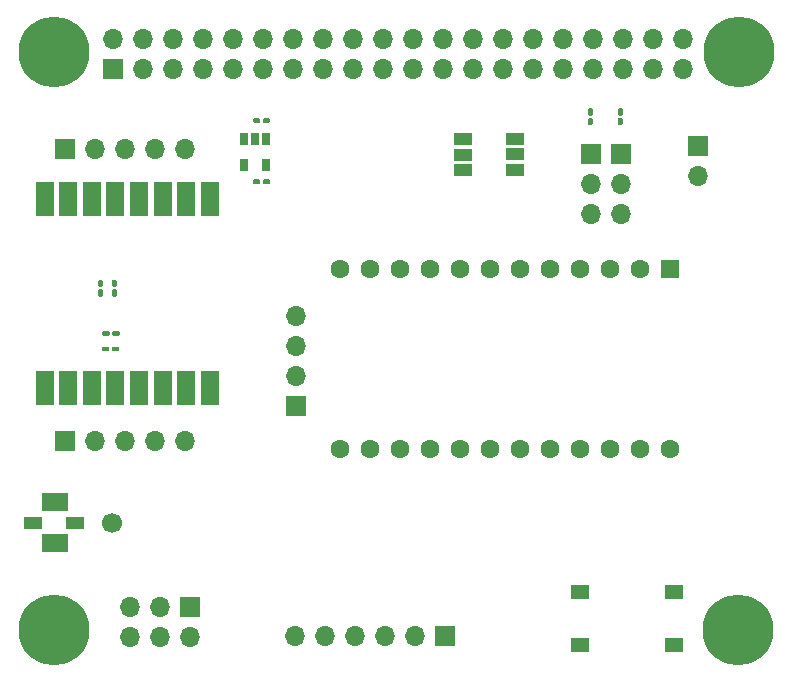
<source format=gbr>
%TF.GenerationSoftware,KiCad,Pcbnew,(5.1.10)-1*%
%TF.CreationDate,2021-12-09T17:34:34+08:00*%
%TF.ProjectId,hat,6861742e-6b69-4636-9164-5f7063625858,rev?*%
%TF.SameCoordinates,Original*%
%TF.FileFunction,Soldermask,Top*%
%TF.FilePolarity,Negative*%
%FSLAX46Y46*%
G04 Gerber Fmt 4.6, Leading zero omitted, Abs format (unit mm)*
G04 Created by KiCad (PCBNEW (5.1.10)-1) date 2021-12-09 17:34:34*
%MOMM*%
%LPD*%
G01*
G04 APERTURE LIST*
%ADD10O,1.700000X1.700000*%
%ADD11R,1.700000X1.700000*%
%ADD12R,0.650000X1.060000*%
%ADD13R,2.200000X1.550000*%
%ADD14R,1.500000X1.000000*%
%ADD15R,1.524000X3.000000*%
%ADD16C,1.700000*%
%ADD17R,1.550000X1.300000*%
%ADD18C,6.000000*%
%ADD19R,1.600000X1.600000*%
%ADD20C,1.600000*%
G04 APERTURE END LIST*
D10*
%TO.C,J2*%
X96920000Y-108540000D03*
X96920000Y-106000000D03*
X99460000Y-108540000D03*
X99460000Y-106000000D03*
X102000000Y-108540000D03*
D11*
X102000000Y-106000000D03*
%TD*%
D12*
%TO.C,U4*%
X108450000Y-68600000D03*
X106550000Y-68600000D03*
X106550000Y-66400000D03*
X107500000Y-66400000D03*
X108450000Y-66400000D03*
%TD*%
D13*
%TO.C,U3*%
X90520000Y-97165000D03*
D14*
X88670000Y-98890000D03*
D13*
X90520000Y-100615000D03*
D14*
X92270000Y-98890000D03*
%TD*%
D15*
%TO.C,U2*%
X89675000Y-87450000D03*
X91675000Y-87450000D03*
X93675000Y-87450000D03*
X95675000Y-87450000D03*
X97675000Y-87450000D03*
X99675000Y-87450000D03*
X101675000Y-87450000D03*
X103675000Y-87450000D03*
X89675000Y-71450000D03*
X91675000Y-71450000D03*
X93675000Y-71450000D03*
X95675000Y-71450000D03*
X97675000Y-71450000D03*
X99675000Y-71450000D03*
X101675000Y-71450000D03*
X103675000Y-71450000D03*
%TD*%
D10*
%TO.C,SPI_PORT1*%
X110840000Y-108500000D03*
X113380000Y-108500000D03*
X115920000Y-108500000D03*
X118460000Y-108500000D03*
X121000000Y-108500000D03*
D11*
X123540000Y-108500000D03*
%TD*%
D10*
%TO.C,SDA_PU1*%
X138500000Y-72730000D03*
X138500000Y-70190000D03*
D11*
X138500000Y-67650000D03*
%TD*%
D10*
%TO.C,SCL_PU1*%
X135960000Y-72730000D03*
X135960000Y-70190000D03*
D11*
X135960000Y-67650000D03*
%TD*%
%TO.C,R4*%
G36*
G01*
X135780000Y-64620000D02*
X135980000Y-64620000D01*
G75*
G02*
X136080000Y-64720000I0J-100000D01*
G01*
X136080000Y-65155000D01*
G75*
G02*
X135980000Y-65255000I-100000J0D01*
G01*
X135780000Y-65255000D01*
G75*
G02*
X135680000Y-65155000I0J100000D01*
G01*
X135680000Y-64720000D01*
G75*
G02*
X135780000Y-64620000I100000J0D01*
G01*
G37*
G36*
G01*
X135780000Y-63805000D02*
X135980000Y-63805000D01*
G75*
G02*
X136080000Y-63905000I0J-100000D01*
G01*
X136080000Y-64340000D01*
G75*
G02*
X135980000Y-64440000I-100000J0D01*
G01*
X135780000Y-64440000D01*
G75*
G02*
X135680000Y-64340000I0J100000D01*
G01*
X135680000Y-63905000D01*
G75*
G02*
X135780000Y-63805000I100000J0D01*
G01*
G37*
%TD*%
%TO.C,R3*%
G36*
G01*
X138310000Y-64602500D02*
X138510000Y-64602500D01*
G75*
G02*
X138610000Y-64702500I0J-100000D01*
G01*
X138610000Y-65137500D01*
G75*
G02*
X138510000Y-65237500I-100000J0D01*
G01*
X138310000Y-65237500D01*
G75*
G02*
X138210000Y-65137500I0J100000D01*
G01*
X138210000Y-64702500D01*
G75*
G02*
X138310000Y-64602500I100000J0D01*
G01*
G37*
G36*
G01*
X138310000Y-63787500D02*
X138510000Y-63787500D01*
G75*
G02*
X138610000Y-63887500I0J-100000D01*
G01*
X138610000Y-64322500D01*
G75*
G02*
X138510000Y-64422500I-100000J0D01*
G01*
X138310000Y-64422500D01*
G75*
G02*
X138210000Y-64322500I0J100000D01*
G01*
X138210000Y-63887500D01*
G75*
G02*
X138310000Y-63787500I100000J0D01*
G01*
G37*
%TD*%
%TO.C,R2*%
G36*
G01*
X95680000Y-78942500D02*
X95480000Y-78942500D01*
G75*
G02*
X95380000Y-78842500I0J100000D01*
G01*
X95380000Y-78407500D01*
G75*
G02*
X95480000Y-78307500I100000J0D01*
G01*
X95680000Y-78307500D01*
G75*
G02*
X95780000Y-78407500I0J-100000D01*
G01*
X95780000Y-78842500D01*
G75*
G02*
X95680000Y-78942500I-100000J0D01*
G01*
G37*
G36*
G01*
X95680000Y-79757500D02*
X95480000Y-79757500D01*
G75*
G02*
X95380000Y-79657500I0J100000D01*
G01*
X95380000Y-79222500D01*
G75*
G02*
X95480000Y-79122500I100000J0D01*
G01*
X95680000Y-79122500D01*
G75*
G02*
X95780000Y-79222500I0J-100000D01*
G01*
X95780000Y-79657500D01*
G75*
G02*
X95680000Y-79757500I-100000J0D01*
G01*
G37*
%TD*%
%TO.C,R1*%
G36*
G01*
X94510000Y-78950000D02*
X94310000Y-78950000D01*
G75*
G02*
X94210000Y-78850000I0J100000D01*
G01*
X94210000Y-78415000D01*
G75*
G02*
X94310000Y-78315000I100000J0D01*
G01*
X94510000Y-78315000D01*
G75*
G02*
X94610000Y-78415000I0J-100000D01*
G01*
X94610000Y-78850000D01*
G75*
G02*
X94510000Y-78950000I-100000J0D01*
G01*
G37*
G36*
G01*
X94510000Y-79765000D02*
X94310000Y-79765000D01*
G75*
G02*
X94210000Y-79665000I0J100000D01*
G01*
X94210000Y-79230000D01*
G75*
G02*
X94310000Y-79130000I100000J0D01*
G01*
X94510000Y-79130000D01*
G75*
G02*
X94610000Y-79230000I0J-100000D01*
G01*
X94610000Y-79665000D01*
G75*
G02*
X94510000Y-79765000I-100000J0D01*
G01*
G37*
%TD*%
D14*
%TO.C,JP2*%
X125060000Y-67740000D03*
X125060000Y-69040000D03*
X125060000Y-66440000D03*
%TD*%
%TO.C,JP1*%
X129480000Y-67700000D03*
X129480000Y-69000000D03*
X129480000Y-66400000D03*
%TD*%
D10*
%TO.C,J5*%
X101590000Y-67250000D03*
X99050000Y-67250000D03*
X96510000Y-67250000D03*
X93970000Y-67250000D03*
D11*
X91430000Y-67250000D03*
%TD*%
D10*
%TO.C,J4*%
X101535000Y-92000000D03*
X98995000Y-92000000D03*
X96455000Y-92000000D03*
X93915000Y-92000000D03*
D11*
X91375000Y-92000000D03*
%TD*%
D16*
%TO.C,J1*%
X95400000Y-98875000D03*
%TD*%
D10*
%TO.C,I2C_PORT1*%
X111000000Y-81380000D03*
X111000000Y-83920000D03*
X111000000Y-86460000D03*
D11*
X111000000Y-89000000D03*
%TD*%
D10*
%TO.C,FAN1*%
X145000000Y-69540000D03*
D11*
X145000000Y-67000000D03*
%TD*%
%TO.C,C4*%
G36*
G01*
X107952500Y-69925000D02*
X107952500Y-70125000D01*
G75*
G02*
X107852500Y-70225000I-100000J0D01*
G01*
X107417500Y-70225000D01*
G75*
G02*
X107317500Y-70125000I0J100000D01*
G01*
X107317500Y-69925000D01*
G75*
G02*
X107417500Y-69825000I100000J0D01*
G01*
X107852500Y-69825000D01*
G75*
G02*
X107952500Y-69925000I0J-100000D01*
G01*
G37*
G36*
G01*
X108767500Y-69925000D02*
X108767500Y-70125000D01*
G75*
G02*
X108667500Y-70225000I-100000J0D01*
G01*
X108232500Y-70225000D01*
G75*
G02*
X108132500Y-70125000I0J100000D01*
G01*
X108132500Y-69925000D01*
G75*
G02*
X108232500Y-69825000I100000J0D01*
G01*
X108667500Y-69825000D01*
G75*
G02*
X108767500Y-69925000I0J-100000D01*
G01*
G37*
%TD*%
%TO.C,C3*%
G36*
G01*
X107952500Y-64750000D02*
X107952500Y-64950000D01*
G75*
G02*
X107852500Y-65050000I-100000J0D01*
G01*
X107417500Y-65050000D01*
G75*
G02*
X107317500Y-64950000I0J100000D01*
G01*
X107317500Y-64750000D01*
G75*
G02*
X107417500Y-64650000I100000J0D01*
G01*
X107852500Y-64650000D01*
G75*
G02*
X107952500Y-64750000I0J-100000D01*
G01*
G37*
G36*
G01*
X108767500Y-64750000D02*
X108767500Y-64950000D01*
G75*
G02*
X108667500Y-65050000I-100000J0D01*
G01*
X108232500Y-65050000D01*
G75*
G02*
X108132500Y-64950000I0J100000D01*
G01*
X108132500Y-64750000D01*
G75*
G02*
X108232500Y-64650000I100000J0D01*
G01*
X108667500Y-64650000D01*
G75*
G02*
X108767500Y-64750000I0J-100000D01*
G01*
G37*
%TD*%
%TO.C,C2*%
G36*
G01*
X95207500Y-82770000D02*
X95207500Y-82970000D01*
G75*
G02*
X95107500Y-83070000I-100000J0D01*
G01*
X94672500Y-83070000D01*
G75*
G02*
X94572500Y-82970000I0J100000D01*
G01*
X94572500Y-82770000D01*
G75*
G02*
X94672500Y-82670000I100000J0D01*
G01*
X95107500Y-82670000D01*
G75*
G02*
X95207500Y-82770000I0J-100000D01*
G01*
G37*
G36*
G01*
X96022500Y-82770000D02*
X96022500Y-82970000D01*
G75*
G02*
X95922500Y-83070000I-100000J0D01*
G01*
X95487500Y-83070000D01*
G75*
G02*
X95387500Y-82970000I0J100000D01*
G01*
X95387500Y-82770000D01*
G75*
G02*
X95487500Y-82670000I100000J0D01*
G01*
X95922500Y-82670000D01*
G75*
G02*
X96022500Y-82770000I0J-100000D01*
G01*
G37*
%TD*%
%TO.C,C1*%
G36*
G01*
X95167500Y-84090000D02*
X95167500Y-84290000D01*
G75*
G02*
X95067500Y-84390000I-100000J0D01*
G01*
X94632500Y-84390000D01*
G75*
G02*
X94532500Y-84290000I0J100000D01*
G01*
X94532500Y-84090000D01*
G75*
G02*
X94632500Y-83990000I100000J0D01*
G01*
X95067500Y-83990000D01*
G75*
G02*
X95167500Y-84090000I0J-100000D01*
G01*
G37*
G36*
G01*
X95982500Y-84090000D02*
X95982500Y-84290000D01*
G75*
G02*
X95882500Y-84390000I-100000J0D01*
G01*
X95447500Y-84390000D01*
G75*
G02*
X95347500Y-84290000I0J100000D01*
G01*
X95347500Y-84090000D01*
G75*
G02*
X95447500Y-83990000I100000J0D01*
G01*
X95882500Y-83990000D01*
G75*
G02*
X95982500Y-84090000I0J-100000D01*
G01*
G37*
%TD*%
D10*
%TO.C,J3*%
X143760000Y-57960000D03*
X143760000Y-60500000D03*
X141220000Y-57960000D03*
X141220000Y-60500000D03*
X138680000Y-57960000D03*
X138680000Y-60500000D03*
X136140000Y-57960000D03*
X136140000Y-60500000D03*
X133600000Y-57960000D03*
X133600000Y-60500000D03*
X131060000Y-57960000D03*
X131060000Y-60500000D03*
X128520000Y-57960000D03*
X128520000Y-60500000D03*
X125980000Y-57960000D03*
X125980000Y-60500000D03*
X123440000Y-57960000D03*
X123440000Y-60500000D03*
X120900000Y-57960000D03*
X120900000Y-60500000D03*
X118360000Y-57960000D03*
X118360000Y-60500000D03*
X115820000Y-57960000D03*
X115820000Y-60500000D03*
X113280000Y-57960000D03*
X113280000Y-60500000D03*
X110740000Y-57960000D03*
X110740000Y-60500000D03*
X108200000Y-57960000D03*
X108200000Y-60500000D03*
X105660000Y-57960000D03*
X105660000Y-60500000D03*
X103120000Y-57960000D03*
X103120000Y-60500000D03*
X100580000Y-57960000D03*
X100580000Y-60500000D03*
X98040000Y-57960000D03*
X98040000Y-60500000D03*
X95500000Y-57960000D03*
D11*
X95500000Y-60500000D03*
%TD*%
D17*
%TO.C,SW1*%
X135025000Y-109250000D03*
X135025000Y-104750000D03*
X142975000Y-104750000D03*
X142975000Y-109250000D03*
%TD*%
D18*
%TO.C,H1*%
X90500000Y-108000000D03*
%TD*%
%TO.C,H2*%
X148400000Y-108000000D03*
%TD*%
%TO.C,H3*%
X90500000Y-59000000D03*
%TD*%
%TO.C,H4*%
X148500000Y-59000000D03*
%TD*%
D19*
%TO.C,U1*%
X142645000Y-77380000D03*
D20*
X140105000Y-77380000D03*
X137565000Y-77380000D03*
X135025000Y-77380000D03*
X132485000Y-77380000D03*
X129945000Y-77380000D03*
X127405000Y-77380000D03*
X124865000Y-77380000D03*
X122325000Y-77380000D03*
X119785000Y-77380000D03*
X117245000Y-77380000D03*
X114705000Y-77380000D03*
X114705000Y-92620000D03*
X117245000Y-92620000D03*
X119785000Y-92620000D03*
X122325000Y-92620000D03*
X124865000Y-92620000D03*
X127405000Y-92620000D03*
X129945000Y-92620000D03*
X132485000Y-92620000D03*
X135025000Y-92620000D03*
X137565000Y-92620000D03*
X140105000Y-92620000D03*
X142645000Y-92620000D03*
%TD*%
M02*

</source>
